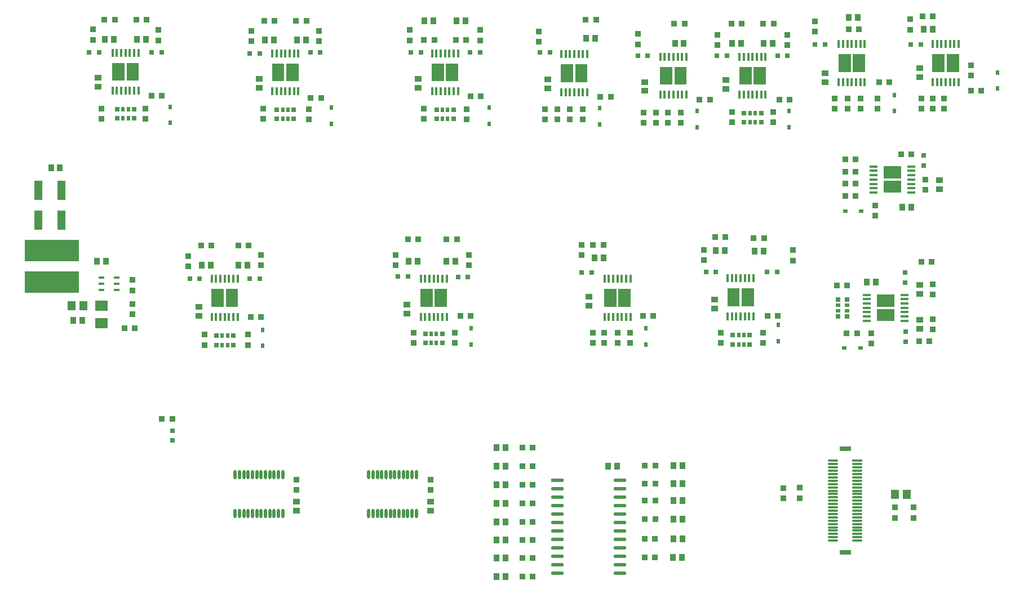
<source format=gtp>
G04*
G04 #@! TF.GenerationSoftware,Altium Limited,Altium Designer,19.1.9 (167)*
G04*
G04 Layer_Color=8421504*
%FSLAX25Y25*%
%MOIN*%
G70*
G01*
G75*
%ADD17R,0.03347X0.03347*%
%ADD18R,0.01772X0.05158*%
%ADD19R,0.03937X0.03543*%
%ADD20R,0.03347X0.03347*%
%ADD21R,0.03150X0.03150*%
%ADD22R,0.03543X0.03937*%
%ADD23R,0.02362X0.03150*%
%ADD24R,0.03150X0.02362*%
%ADD25R,0.03150X0.03150*%
%ADD26O,0.01772X0.05512*%
%ADD27R,0.02520X0.02756*%
%ADD28R,0.01968X0.02756*%
%ADD29R,0.04921X0.11417*%
%ADD30R,0.03347X0.01378*%
%ADD31R,0.32284X0.12992*%
%ADD32R,0.04528X0.05512*%
%ADD33R,0.07284X0.05906*%
%ADD34R,0.05158X0.01772*%
%ADD35R,0.02756X0.02520*%
%ADD36R,0.02756X0.01968*%
%ADD37O,0.07677X0.02165*%
%ADD38R,0.07677X0.02165*%
%ADD39R,0.07087X0.03150*%
%ADD40O,0.06299X0.01181*%
%ADD41R,0.06299X0.01181*%
G36*
X78347Y307776D02*
X71063D01*
Y318209D01*
X78347D01*
Y307776D01*
D02*
G37*
G36*
X69882Y307776D02*
X62598D01*
Y318209D01*
X69882D01*
Y307776D01*
D02*
G37*
G36*
X267323Y307382D02*
X260039D01*
Y317815D01*
X267323D01*
Y307382D01*
D02*
G37*
G36*
X172835D02*
X165551D01*
Y317815D01*
X172835D01*
Y307382D01*
D02*
G37*
G36*
X258858Y307382D02*
X251575D01*
Y317815D01*
X258858D01*
Y307382D01*
D02*
G37*
G36*
X164370D02*
X157087D01*
Y317815D01*
X164370D01*
Y307382D01*
D02*
G37*
G36*
X343701Y306988D02*
X336417D01*
Y317421D01*
X343701D01*
Y306988D01*
D02*
G37*
G36*
X335236Y306988D02*
X327953D01*
Y317421D01*
X335236D01*
Y306988D01*
D02*
G37*
G36*
X369291Y173917D02*
X362008D01*
Y184350D01*
X369291D01*
Y173917D01*
D02*
G37*
G36*
X260630D02*
X253346D01*
Y184350D01*
X260630D01*
Y173917D01*
D02*
G37*
G36*
X360827Y173917D02*
X353543D01*
Y184350D01*
X360827D01*
Y173917D01*
D02*
G37*
G36*
X252165D02*
X244882D01*
Y184350D01*
X252165D01*
Y173917D01*
D02*
G37*
G36*
X137008D02*
X129724D01*
Y184350D01*
X137008D01*
Y173917D01*
D02*
G37*
G36*
X128543Y173917D02*
X121260D01*
Y184350D01*
X128543D01*
Y173917D01*
D02*
G37*
G36*
X499409Y312894D02*
X492126D01*
Y323327D01*
X499409D01*
Y312894D01*
D02*
G37*
G36*
X449213Y305413D02*
X441929D01*
Y315846D01*
X449213D01*
Y305413D01*
D02*
G37*
G36*
X402362D02*
X395079D01*
Y315846D01*
X402362D01*
Y305413D01*
D02*
G37*
G36*
X440748Y305413D02*
X433465D01*
Y315846D01*
X440748D01*
Y305413D01*
D02*
G37*
G36*
X393898D02*
X386614D01*
Y315846D01*
X393898D01*
Y305413D01*
D02*
G37*
G36*
X442126Y174229D02*
X434842D01*
Y184662D01*
X442126D01*
Y174229D01*
D02*
G37*
G36*
X433661Y174229D02*
X426378D01*
Y184662D01*
X433661D01*
Y174229D01*
D02*
G37*
G36*
X514862Y165354D02*
X525295D01*
Y172638D01*
X514862D01*
Y165354D01*
D02*
G37*
G36*
X525295Y181102D02*
X514862D01*
Y173819D01*
X525295D01*
Y181102D01*
D02*
G37*
G36*
X518799Y241339D02*
X529232D01*
Y248622D01*
X518799D01*
Y241339D01*
D02*
G37*
G36*
X529232Y257087D02*
X518799D01*
Y249803D01*
X529232D01*
Y257087D01*
D02*
G37*
G36*
X507874Y312894D02*
Y323327D01*
X500591D01*
Y312894D01*
X507874D01*
D02*
G37*
G36*
X547638Y323327D02*
Y312894D01*
X554921D01*
Y323327D01*
X547638D01*
D02*
G37*
G36*
X563386Y312894D02*
Y323327D01*
X556102D01*
Y312894D01*
X563386D01*
D02*
G37*
D17*
X511417Y152067D02*
D03*
Y158169D02*
D03*
X478150Y342815D02*
D03*
Y336713D02*
D03*
X515354Y297146D02*
D03*
Y291043D02*
D03*
X505118Y297146D02*
D03*
Y291043D02*
D03*
X497441Y297146D02*
D03*
Y291043D02*
D03*
X489764D02*
D03*
Y297146D02*
D03*
X280315Y337697D02*
D03*
Y331594D02*
D03*
X238583Y337697D02*
D03*
Y331594D02*
D03*
X525591Y48917D02*
D03*
Y55020D02*
D03*
X246850Y285138D02*
D03*
Y291240D02*
D03*
X272047Y290846D02*
D03*
Y284744D02*
D03*
X536614Y48917D02*
D03*
Y55020D02*
D03*
X171653Y71555D02*
D03*
Y65453D02*
D03*
X250787Y71555D02*
D03*
Y65453D02*
D03*
X230315Y204626D02*
D03*
Y198524D02*
D03*
X265354Y158563D02*
D03*
Y152461D02*
D03*
X240945D02*
D03*
Y158563D02*
D03*
X142913Y157382D02*
D03*
Y151279D02*
D03*
X74410Y183563D02*
D03*
Y189665D02*
D03*
Y169390D02*
D03*
Y175492D02*
D03*
X422441Y152461D02*
D03*
Y158563D02*
D03*
X447638D02*
D03*
Y152461D02*
D03*
X465354Y207382D02*
D03*
Y201279D02*
D03*
X412402Y207579D02*
D03*
Y201476D02*
D03*
X548032Y160335D02*
D03*
Y166437D02*
D03*
Y187303D02*
D03*
Y181201D02*
D03*
X513779Y227658D02*
D03*
Y233760D02*
D03*
X543701Y249114D02*
D03*
Y243012D02*
D03*
X534646Y343996D02*
D03*
Y337894D02*
D03*
X570472Y316831D02*
D03*
Y310728D02*
D03*
X554609Y297146D02*
D03*
Y291043D02*
D03*
X547900Y297146D02*
D03*
Y291043D02*
D03*
X541190D02*
D03*
Y297146D02*
D03*
X368898Y158563D02*
D03*
Y152461D02*
D03*
X361417Y158563D02*
D03*
Y152461D02*
D03*
X353543Y158563D02*
D03*
Y152461D02*
D03*
X346850D02*
D03*
Y158563D02*
D03*
X340354Y210531D02*
D03*
Y204429D02*
D03*
X461713Y334941D02*
D03*
Y328839D02*
D03*
X420571Y334941D02*
D03*
Y328839D02*
D03*
X459449Y60504D02*
D03*
Y66606D02*
D03*
X469291Y60562D02*
D03*
Y66664D02*
D03*
X453543Y289272D02*
D03*
Y283169D02*
D03*
X429134D02*
D03*
Y289272D02*
D03*
X185039Y331201D02*
D03*
Y337303D02*
D03*
X51181Y331988D02*
D03*
Y338090D02*
D03*
X178740Y290846D02*
D03*
Y284744D02*
D03*
X89764Y331594D02*
D03*
Y337697D02*
D03*
X144882Y331201D02*
D03*
Y337303D02*
D03*
X151969Y285138D02*
D03*
Y291240D02*
D03*
X340945Y290846D02*
D03*
Y284744D02*
D03*
X333268Y290846D02*
D03*
Y284744D02*
D03*
X325984Y290846D02*
D03*
Y284744D02*
D03*
X318504D02*
D03*
Y290846D02*
D03*
X373622Y335335D02*
D03*
Y329232D02*
D03*
X391339Y288878D02*
D03*
Y282776D02*
D03*
X384252Y288878D02*
D03*
Y282776D02*
D03*
X376772D02*
D03*
Y288878D02*
D03*
X314961Y336910D02*
D03*
Y330807D02*
D03*
X82284Y291240D02*
D03*
Y285138D02*
D03*
X56299Y285039D02*
D03*
Y291142D02*
D03*
X117323Y151279D02*
D03*
Y157382D02*
D03*
X150394Y204626D02*
D03*
Y198524D02*
D03*
X107480Y203839D02*
D03*
Y197736D02*
D03*
X398819Y288878D02*
D03*
Y282776D02*
D03*
X273622Y198524D02*
D03*
Y204626D02*
D03*
D18*
X353740Y190354D02*
D03*
X356299D02*
D03*
X358858D02*
D03*
X361417D02*
D03*
X363976D02*
D03*
X366535D02*
D03*
X369094D02*
D03*
Y167913D02*
D03*
X366535D02*
D03*
X363976D02*
D03*
X361417D02*
D03*
X358858D02*
D03*
X356299D02*
D03*
X353740D02*
D03*
X492323Y329331D02*
D03*
X494882D02*
D03*
X497441D02*
D03*
X500000D02*
D03*
X502559D02*
D03*
X505118D02*
D03*
X507677D02*
D03*
Y306890D02*
D03*
X505118D02*
D03*
X502559D02*
D03*
X500000D02*
D03*
X497441D02*
D03*
X494882D02*
D03*
X492323D02*
D03*
X251772Y301378D02*
D03*
X254331D02*
D03*
X256890D02*
D03*
X259449D02*
D03*
X262008D02*
D03*
X264567D02*
D03*
X267126D02*
D03*
Y323819D02*
D03*
X264567D02*
D03*
X262008D02*
D03*
X259449D02*
D03*
X256890D02*
D03*
X254331D02*
D03*
X251772D02*
D03*
X245079Y167913D02*
D03*
X247638D02*
D03*
X250197D02*
D03*
X252756D02*
D03*
X255315D02*
D03*
X257874D02*
D03*
X260433D02*
D03*
Y190354D02*
D03*
X257874D02*
D03*
X255315D02*
D03*
X252756D02*
D03*
X250197D02*
D03*
X247638D02*
D03*
X245079D02*
D03*
X121457Y167913D02*
D03*
X124016D02*
D03*
X126575D02*
D03*
X129134D02*
D03*
X131693D02*
D03*
X134252D02*
D03*
X136811D02*
D03*
Y190354D02*
D03*
X134252D02*
D03*
X131693D02*
D03*
X129134D02*
D03*
X126575D02*
D03*
X124016D02*
D03*
X121457D02*
D03*
X426575Y168225D02*
D03*
X429134D02*
D03*
X431693D02*
D03*
X434252D02*
D03*
X436811D02*
D03*
X439370D02*
D03*
X441929D02*
D03*
Y190666D02*
D03*
X439370D02*
D03*
X436811D02*
D03*
X434252D02*
D03*
X431693D02*
D03*
X429134D02*
D03*
X426575D02*
D03*
X547835Y306890D02*
D03*
X550394D02*
D03*
X552953D02*
D03*
X555512D02*
D03*
X558071D02*
D03*
X560630D02*
D03*
X563189D02*
D03*
Y329331D02*
D03*
X560630D02*
D03*
X558071D02*
D03*
X555512D02*
D03*
X552953D02*
D03*
X550394D02*
D03*
X547835D02*
D03*
X157283Y301378D02*
D03*
X159843D02*
D03*
X162401D02*
D03*
X164961D02*
D03*
X167520D02*
D03*
X170079D02*
D03*
X172638D02*
D03*
Y323819D02*
D03*
X170079D02*
D03*
X167520D02*
D03*
X164961D02*
D03*
X162401D02*
D03*
X159843D02*
D03*
X157283D02*
D03*
X62795Y301772D02*
D03*
X65354D02*
D03*
X67913D02*
D03*
X70472D02*
D03*
X73032D02*
D03*
X75590D02*
D03*
X78150D02*
D03*
Y324213D02*
D03*
X75590D02*
D03*
X73032D02*
D03*
X70472D02*
D03*
X67913D02*
D03*
X65354D02*
D03*
X62795D02*
D03*
X386811Y299410D02*
D03*
X389370D02*
D03*
X391929D02*
D03*
X394488D02*
D03*
X397047D02*
D03*
X399606D02*
D03*
X402165D02*
D03*
Y321850D02*
D03*
X399606D02*
D03*
X397047D02*
D03*
X394488D02*
D03*
X391929D02*
D03*
X389370D02*
D03*
X386811D02*
D03*
X328150Y300984D02*
D03*
X330709D02*
D03*
X333268D02*
D03*
X335827D02*
D03*
X338386D02*
D03*
X340945D02*
D03*
X343504D02*
D03*
Y323425D02*
D03*
X340945D02*
D03*
X338386D02*
D03*
X335827D02*
D03*
X333268D02*
D03*
X330709D02*
D03*
X328150D02*
D03*
X433661Y299410D02*
D03*
X436221D02*
D03*
X438779D02*
D03*
X441339D02*
D03*
X443898D02*
D03*
X446457D02*
D03*
X449016D02*
D03*
Y321850D02*
D03*
X446457D02*
D03*
X443898D02*
D03*
X441339D02*
D03*
X438779D02*
D03*
X436221D02*
D03*
X433661D02*
D03*
D19*
X484252Y312205D02*
D03*
Y306890D02*
D03*
X250787Y53248D02*
D03*
Y58563D02*
D03*
X171653Y53248D02*
D03*
Y58563D02*
D03*
X237008Y169685D02*
D03*
Y175000D02*
D03*
X243701Y308957D02*
D03*
Y303642D02*
D03*
X418898Y172933D02*
D03*
Y178248D02*
D03*
X540158Y160728D02*
D03*
Y166043D02*
D03*
Y186909D02*
D03*
Y181595D02*
D03*
X551968Y243406D02*
D03*
Y248721D02*
D03*
X344488Y174508D02*
D03*
Y179823D02*
D03*
X540354Y309941D02*
D03*
Y315256D02*
D03*
X425591Y302854D02*
D03*
Y308169D02*
D03*
X54331Y309350D02*
D03*
Y304035D02*
D03*
X149606Y308957D02*
D03*
Y303642D02*
D03*
X377559Y301673D02*
D03*
Y306988D02*
D03*
X320079Y303248D02*
D03*
Y308563D02*
D03*
X113779Y168602D02*
D03*
Y173917D02*
D03*
D20*
X274705Y168504D02*
D03*
X268602D02*
D03*
X150689Y167717D02*
D03*
X144587D02*
D03*
X92028Y298819D02*
D03*
X85925D02*
D03*
X463287Y296457D02*
D03*
X457185D02*
D03*
X186122Y297638D02*
D03*
X180020D02*
D03*
X383760Y59055D02*
D03*
X377658D02*
D03*
X504232Y338148D02*
D03*
X498130D02*
D03*
X522342Y306890D02*
D03*
X516240D02*
D03*
X456201Y168504D02*
D03*
X450098D02*
D03*
X280610Y298425D02*
D03*
X274508D02*
D03*
X271949Y331890D02*
D03*
X265846D02*
D03*
X246949D02*
D03*
X253051D02*
D03*
X377378Y36614D02*
D03*
X383480D02*
D03*
X75886Y161024D02*
D03*
X69784D02*
D03*
X266437Y213779D02*
D03*
X260335D02*
D03*
X237500D02*
D03*
X243602D02*
D03*
X383760Y48031D02*
D03*
X377658D02*
D03*
X305217Y14173D02*
D03*
X311319D02*
D03*
X305217Y57480D02*
D03*
X311319D02*
D03*
X305217Y90551D02*
D03*
X311319D02*
D03*
X383760Y79921D02*
D03*
X377658D02*
D03*
X448130Y214370D02*
D03*
X442028D02*
D03*
X419095Y215158D02*
D03*
X425197D02*
D03*
X453740Y341339D02*
D03*
X447638D02*
D03*
X547146Y200394D02*
D03*
X541043D02*
D03*
X503051Y158169D02*
D03*
X496949D02*
D03*
X383760Y69291D02*
D03*
X377658D02*
D03*
X545965Y153543D02*
D03*
X539862D02*
D03*
X491142Y186614D02*
D03*
X497244D02*
D03*
X529232Y264173D02*
D03*
X535335D02*
D03*
X502362Y246850D02*
D03*
X496260D02*
D03*
X502362Y253937D02*
D03*
X496260D02*
D03*
X496161Y261024D02*
D03*
X502264D02*
D03*
X502264Y239370D02*
D03*
X496161D02*
D03*
X541831Y345669D02*
D03*
X547933D02*
D03*
X383480Y25413D02*
D03*
X377378D02*
D03*
X434842Y341339D02*
D03*
X428740D02*
D03*
X570571Y301969D02*
D03*
X576673D02*
D03*
X382579Y168504D02*
D03*
X376476D02*
D03*
X346966Y210343D02*
D03*
X353068D02*
D03*
X416043Y296457D02*
D03*
X409941D02*
D03*
X305217Y79528D02*
D03*
X311319D02*
D03*
X305217Y35827D02*
D03*
X311319D02*
D03*
X177461Y343307D02*
D03*
X171358D02*
D03*
X152461D02*
D03*
X158563D02*
D03*
X305217Y68504D02*
D03*
X311319D02*
D03*
X305217Y46457D02*
D03*
X311319D02*
D03*
X401083Y341339D02*
D03*
X394980D02*
D03*
X348721Y343701D02*
D03*
X342618D02*
D03*
X305217Y25197D02*
D03*
X311319D02*
D03*
X82972Y343701D02*
D03*
X76870D02*
D03*
X57972D02*
D03*
X64075D02*
D03*
X143209Y210236D02*
D03*
X137106D02*
D03*
X115059D02*
D03*
X121161D02*
D03*
X351279Y298031D02*
D03*
X357382D02*
D03*
X91969Y107480D02*
D03*
X98071D02*
D03*
D21*
X478150Y329291D02*
D03*
X484055D02*
D03*
X280118Y324449D02*
D03*
X274213D02*
D03*
X239173Y324370D02*
D03*
X245079D02*
D03*
X237598Y191693D02*
D03*
X231693D02*
D03*
X267126Y191378D02*
D03*
X273031D02*
D03*
X419685Y194646D02*
D03*
X413779D02*
D03*
X450000Y194331D02*
D03*
X455905D02*
D03*
X346260Y194161D02*
D03*
X340354D02*
D03*
X426181Y322402D02*
D03*
X420276D02*
D03*
X456102Y322480D02*
D03*
X462008D02*
D03*
X49016Y324370D02*
D03*
X54921D02*
D03*
X185630Y324449D02*
D03*
X179724D02*
D03*
X91929D02*
D03*
X86024D02*
D03*
X143898Y323976D02*
D03*
X149803D02*
D03*
X379331Y322402D02*
D03*
X373425D02*
D03*
X321457Y324370D02*
D03*
X315551D02*
D03*
X143898Y190591D02*
D03*
X149803D02*
D03*
X114370Y190512D02*
D03*
X108465D02*
D03*
X540748Y329095D02*
D03*
X534842D02*
D03*
D22*
X394587Y59055D02*
D03*
X399902D02*
D03*
X498130Y345054D02*
D03*
X503445D02*
D03*
X356004Y79528D02*
D03*
X361319D02*
D03*
X44783Y165748D02*
D03*
X39469D02*
D03*
X31693Y256299D02*
D03*
X26378D02*
D03*
X58858Y200787D02*
D03*
X53543D02*
D03*
X271555Y343307D02*
D03*
X266240D02*
D03*
X247342D02*
D03*
X252658D02*
D03*
X394587Y36614D02*
D03*
X399902D02*
D03*
X265650Y200787D02*
D03*
X260335D02*
D03*
X237894D02*
D03*
X243209D02*
D03*
X399902Y48031D02*
D03*
X394587D02*
D03*
X399902Y79921D02*
D03*
X394587D02*
D03*
X399902Y69291D02*
D03*
X394587D02*
D03*
X399622Y25413D02*
D03*
X394307D02*
D03*
X289862Y14173D02*
D03*
X295177D02*
D03*
X289862Y35827D02*
D03*
X295177D02*
D03*
X295177Y57480D02*
D03*
X289862D02*
D03*
Y90551D02*
D03*
X295177D02*
D03*
X453346Y329921D02*
D03*
X448032D02*
D03*
X429134D02*
D03*
X434449D02*
D03*
X447736Y206890D02*
D03*
X442421D02*
D03*
X419587Y207283D02*
D03*
X424902D02*
D03*
X508760Y188583D02*
D03*
X514075D02*
D03*
X535335Y232677D02*
D03*
X530020D02*
D03*
X542618Y338189D02*
D03*
X547933D02*
D03*
X347736Y202862D02*
D03*
X353051D02*
D03*
X289862Y79528D02*
D03*
X295177D02*
D03*
X177067Y331890D02*
D03*
X171752D02*
D03*
X152854D02*
D03*
X158169D02*
D03*
X289862Y68504D02*
D03*
X295177D02*
D03*
X289862Y46457D02*
D03*
X295177D02*
D03*
X400689Y329921D02*
D03*
X395374D02*
D03*
X348327Y332677D02*
D03*
X343012D02*
D03*
X289862Y25197D02*
D03*
X295177D02*
D03*
X82579Y332283D02*
D03*
X77264D02*
D03*
X58366D02*
D03*
X63681D02*
D03*
X142421Y198425D02*
D03*
X137106D02*
D03*
X115453D02*
D03*
X120768D02*
D03*
D23*
X525197Y299213D02*
D03*
Y289764D02*
D03*
X408661Y280315D02*
D03*
Y289764D02*
D03*
X285433Y291732D02*
D03*
Y282283D02*
D03*
X378346Y161024D02*
D03*
Y151575D02*
D03*
X456693Y162992D02*
D03*
Y153543D02*
D03*
X586258Y312449D02*
D03*
Y303000D02*
D03*
X192232Y291732D02*
D03*
Y282283D02*
D03*
X96850Y292126D02*
D03*
Y282677D02*
D03*
X274803Y161024D02*
D03*
Y151575D02*
D03*
X151575Y160236D02*
D03*
Y150787D02*
D03*
X462992Y289764D02*
D03*
Y280315D02*
D03*
X350787Y291339D02*
D03*
Y281890D02*
D03*
D24*
X505512Y230331D02*
D03*
X496063D02*
D03*
X505102Y149479D02*
D03*
X495653D02*
D03*
D25*
X98071Y100591D02*
D03*
Y94685D02*
D03*
X531496Y188189D02*
D03*
Y194095D02*
D03*
X531890Y159055D02*
D03*
Y153150D02*
D03*
X542520Y257480D02*
D03*
Y263386D02*
D03*
D26*
X135297Y51378D02*
D03*
X137856D02*
D03*
X140415D02*
D03*
X142974D02*
D03*
X145534D02*
D03*
X148092D02*
D03*
X150652D02*
D03*
X153211D02*
D03*
X155770D02*
D03*
X158329D02*
D03*
X160888D02*
D03*
X163447D02*
D03*
X135297Y74606D02*
D03*
X137856D02*
D03*
X140415D02*
D03*
X142974D02*
D03*
X145534D02*
D03*
X148092D02*
D03*
X150652D02*
D03*
X153211D02*
D03*
X155770D02*
D03*
X158329D02*
D03*
X160888D02*
D03*
X163447D02*
D03*
X214272Y51378D02*
D03*
X216831D02*
D03*
X219390D02*
D03*
X221949D02*
D03*
X224508D02*
D03*
X227067D02*
D03*
X229626D02*
D03*
X232185D02*
D03*
X234744D02*
D03*
X237303D02*
D03*
X239862D02*
D03*
X242421D02*
D03*
X214272Y74606D02*
D03*
X216831D02*
D03*
X219390D02*
D03*
X221949D02*
D03*
X224508D02*
D03*
X227067D02*
D03*
X229626D02*
D03*
X232185D02*
D03*
X234744D02*
D03*
X237303D02*
D03*
X239862D02*
D03*
X242421D02*
D03*
D27*
X446378Y288583D02*
D03*
X436299D02*
D03*
X446378Y283071D02*
D03*
X436299D02*
D03*
X264488Y290551D02*
D03*
X254410D02*
D03*
X264488Y285039D02*
D03*
X254410D02*
D03*
X247716Y152362D02*
D03*
X257795D02*
D03*
X247716Y157874D02*
D03*
X257795D02*
D03*
X429606Y151575D02*
D03*
X439685D02*
D03*
X429606Y157087D02*
D03*
X439685D02*
D03*
X159921Y285039D02*
D03*
X170000D02*
D03*
X159921Y290551D02*
D03*
X170000D02*
D03*
X65433Y285433D02*
D03*
X75512D02*
D03*
X65433Y290945D02*
D03*
X75512D02*
D03*
X124094Y151181D02*
D03*
X134173D02*
D03*
X124094Y156693D02*
D03*
X134173D02*
D03*
D28*
X442913Y288583D02*
D03*
X439764D02*
D03*
X442913Y283071D02*
D03*
X439764D02*
D03*
X261024Y290551D02*
D03*
X257874D02*
D03*
X261024Y285039D02*
D03*
X257874D02*
D03*
X251181Y152362D02*
D03*
X254331D02*
D03*
X251181Y157874D02*
D03*
X254331D02*
D03*
X433071Y151575D02*
D03*
X436221D02*
D03*
X433071Y157087D02*
D03*
X436221D02*
D03*
X163386Y285039D02*
D03*
X166535D02*
D03*
X163386Y290551D02*
D03*
X166535D02*
D03*
X68898Y285433D02*
D03*
X72047D02*
D03*
X68898Y290945D02*
D03*
X72047D02*
D03*
X127559Y151181D02*
D03*
X130709D02*
D03*
X127559Y156693D02*
D03*
X130709D02*
D03*
D29*
X32382Y242913D02*
D03*
X18799D02*
D03*
Y225197D02*
D03*
X32382D02*
D03*
D30*
X65059Y191142D02*
D03*
Y187402D02*
D03*
Y183661D02*
D03*
X56201D02*
D03*
Y187402D02*
D03*
Y191142D02*
D03*
D31*
X26772Y188583D02*
D03*
Y207087D02*
D03*
D32*
X525689Y62878D02*
D03*
X532579D02*
D03*
X45571Y174426D02*
D03*
X38681D02*
D03*
D33*
X56201Y174508D02*
D03*
Y164075D02*
D03*
D34*
X508858Y180905D02*
D03*
Y178347D02*
D03*
Y175787D02*
D03*
Y173228D02*
D03*
Y170669D02*
D03*
Y168110D02*
D03*
Y165551D02*
D03*
X531299D02*
D03*
Y168110D02*
D03*
Y170669D02*
D03*
Y173228D02*
D03*
Y175787D02*
D03*
Y178347D02*
D03*
Y180905D02*
D03*
X535236Y256890D02*
D03*
Y254331D02*
D03*
Y251772D02*
D03*
Y249213D02*
D03*
Y246654D02*
D03*
Y244094D02*
D03*
Y241535D02*
D03*
X512795D02*
D03*
Y244094D02*
D03*
Y246654D02*
D03*
Y249213D02*
D03*
Y251772D02*
D03*
Y254331D02*
D03*
Y256890D02*
D03*
D35*
X491732Y178268D02*
D03*
Y168189D02*
D03*
X497244Y178268D02*
D03*
Y168189D02*
D03*
D36*
X491732Y174803D02*
D03*
Y171653D02*
D03*
X497244Y174803D02*
D03*
Y171653D02*
D03*
D37*
X362992Y16184D02*
D03*
Y21184D02*
D03*
Y26184D02*
D03*
Y31184D02*
D03*
Y36184D02*
D03*
Y41184D02*
D03*
Y46184D02*
D03*
Y51184D02*
D03*
Y56184D02*
D03*
Y61184D02*
D03*
Y66184D02*
D03*
Y71184D02*
D03*
X325984Y16184D02*
D03*
Y21184D02*
D03*
Y26184D02*
D03*
Y31184D02*
D03*
Y36184D02*
D03*
Y41184D02*
D03*
Y46184D02*
D03*
Y51184D02*
D03*
Y56184D02*
D03*
Y61184D02*
D03*
Y66184D02*
D03*
D38*
Y71184D02*
D03*
D39*
X496063Y89764D02*
D03*
Y28346D02*
D03*
D40*
X488976Y82677D02*
D03*
Y80709D02*
D03*
Y78740D02*
D03*
Y76772D02*
D03*
Y74803D02*
D03*
Y72835D02*
D03*
Y70866D02*
D03*
Y68898D02*
D03*
Y66929D02*
D03*
Y64961D02*
D03*
Y62992D02*
D03*
Y61024D02*
D03*
Y59055D02*
D03*
Y57087D02*
D03*
Y55118D02*
D03*
Y53150D02*
D03*
Y51181D02*
D03*
Y49213D02*
D03*
Y47244D02*
D03*
Y45276D02*
D03*
Y43307D02*
D03*
Y41339D02*
D03*
Y39370D02*
D03*
Y37402D02*
D03*
Y35433D02*
D03*
X503150D02*
D03*
Y37402D02*
D03*
Y39370D02*
D03*
Y41339D02*
D03*
Y43307D02*
D03*
Y45276D02*
D03*
Y47244D02*
D03*
Y49213D02*
D03*
Y51181D02*
D03*
Y53150D02*
D03*
Y55118D02*
D03*
Y57087D02*
D03*
Y59055D02*
D03*
Y61024D02*
D03*
Y62992D02*
D03*
Y64961D02*
D03*
Y66929D02*
D03*
Y68898D02*
D03*
Y70866D02*
D03*
Y72835D02*
D03*
Y74803D02*
D03*
Y76772D02*
D03*
Y78740D02*
D03*
Y80709D02*
D03*
D41*
Y82677D02*
D03*
M02*

</source>
